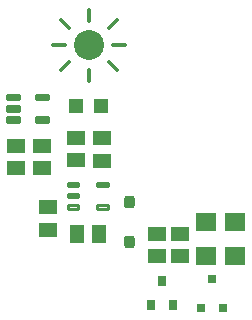
<source format=gbr>
G04 EAGLE Gerber RS-274X export*
G75*
%MOMM*%
%FSLAX34Y34*%
%LPD*%
%INSolderpaste Top*%
%IPPOS*%
%AMOC8*
5,1,8,0,0,1.08239X$1,22.5*%
G01*
%ADD10R,1.500000X1.300000*%
%ADD11R,1.300000X1.500000*%
%ADD12R,1.200000X1.200000*%
%ADD13R,0.800000X0.800000*%
%ADD14R,0.800000X0.900000*%
%ADD15R,1.803000X1.600000*%
%ADD16C,2.540000*%
%ADD17C,0.304800*%
%ADD18C,0.295000*%
%ADD19C,0.300000*%

G36*
X414144Y237878D02*
X414144Y237878D01*
X414151Y237883D01*
X414156Y237879D01*
X414492Y237960D01*
X414495Y237965D01*
X414499Y237963D01*
X414818Y238095D01*
X414821Y238100D01*
X414825Y238098D01*
X415119Y238278D01*
X415121Y238283D01*
X415125Y238283D01*
X415388Y238507D01*
X415389Y238512D01*
X415394Y238512D01*
X415618Y238775D01*
X415618Y238781D01*
X415622Y238781D01*
X415802Y239075D01*
X415801Y239081D01*
X415806Y239082D01*
X415938Y239401D01*
X415936Y239407D01*
X415940Y239408D01*
X416021Y239744D01*
X416019Y239750D01*
X416022Y239752D01*
X416049Y240096D01*
X416048Y240099D01*
X416049Y240100D01*
X416049Y245900D01*
X416047Y245902D01*
X416049Y245904D01*
X416022Y246248D01*
X416018Y246252D01*
X416021Y246256D01*
X415940Y246592D01*
X415935Y246595D01*
X415938Y246599D01*
X415806Y246918D01*
X415800Y246921D01*
X415802Y246925D01*
X415622Y247219D01*
X415617Y247221D01*
X415618Y247225D01*
X415394Y247488D01*
X415388Y247489D01*
X415388Y247494D01*
X415125Y247718D01*
X415119Y247718D01*
X415119Y247722D01*
X414825Y247902D01*
X414819Y247901D01*
X414818Y247906D01*
X414499Y248038D01*
X414493Y248036D01*
X414492Y248040D01*
X414156Y248121D01*
X414150Y248119D01*
X414148Y248122D01*
X413804Y248149D01*
X413801Y248147D01*
X413800Y248149D01*
X409256Y248122D01*
X409249Y248117D01*
X409244Y248121D01*
X408908Y248040D01*
X408905Y248035D01*
X408901Y248038D01*
X408582Y247906D01*
X408579Y247900D01*
X408575Y247902D01*
X408281Y247722D01*
X408279Y247717D01*
X408275Y247718D01*
X408012Y247494D01*
X408011Y247488D01*
X408007Y247488D01*
X407783Y247225D01*
X407782Y247219D01*
X407778Y247219D01*
X407598Y246925D01*
X407599Y246919D01*
X407595Y246918D01*
X407463Y246599D01*
X407464Y246593D01*
X407460Y246592D01*
X407379Y246256D01*
X407381Y246250D01*
X407378Y246248D01*
X407351Y245904D01*
X407353Y245901D01*
X407351Y245900D01*
X407351Y240100D01*
X407353Y240098D01*
X407351Y240096D01*
X407378Y239752D01*
X407382Y239748D01*
X407379Y239744D01*
X407460Y239408D01*
X407465Y239405D01*
X407463Y239401D01*
X407595Y239082D01*
X407600Y239079D01*
X407598Y239075D01*
X407778Y238781D01*
X407783Y238779D01*
X407783Y238775D01*
X408007Y238512D01*
X408012Y238511D01*
X408012Y238507D01*
X408275Y238283D01*
X408281Y238282D01*
X408281Y238278D01*
X408575Y238098D01*
X408581Y238099D01*
X408582Y238095D01*
X408901Y237963D01*
X408907Y237964D01*
X408908Y237960D01*
X409244Y237879D01*
X409250Y237881D01*
X409252Y237878D01*
X409596Y237851D01*
X409599Y237853D01*
X409600Y237851D01*
X414144Y237878D01*
G37*
G36*
X414144Y204278D02*
X414144Y204278D01*
X414151Y204283D01*
X414156Y204279D01*
X414492Y204360D01*
X414495Y204365D01*
X414499Y204363D01*
X414818Y204495D01*
X414821Y204500D01*
X414825Y204498D01*
X415119Y204678D01*
X415121Y204683D01*
X415125Y204683D01*
X415388Y204907D01*
X415389Y204912D01*
X415394Y204912D01*
X415618Y205175D01*
X415618Y205181D01*
X415622Y205181D01*
X415802Y205475D01*
X415801Y205481D01*
X415806Y205482D01*
X415938Y205801D01*
X415936Y205807D01*
X415940Y205808D01*
X416021Y206144D01*
X416019Y206150D01*
X416022Y206152D01*
X416049Y206496D01*
X416048Y206499D01*
X416049Y206500D01*
X416049Y212300D01*
X416047Y212302D01*
X416049Y212304D01*
X416022Y212648D01*
X416018Y212652D01*
X416021Y212656D01*
X415940Y212992D01*
X415935Y212995D01*
X415938Y212999D01*
X415806Y213318D01*
X415800Y213321D01*
X415802Y213325D01*
X415622Y213619D01*
X415617Y213621D01*
X415618Y213625D01*
X415394Y213888D01*
X415388Y213889D01*
X415388Y213894D01*
X415125Y214118D01*
X415119Y214118D01*
X415119Y214122D01*
X414825Y214302D01*
X414819Y214301D01*
X414818Y214306D01*
X414499Y214438D01*
X414493Y214436D01*
X414492Y214440D01*
X414156Y214521D01*
X414150Y214519D01*
X414148Y214522D01*
X413804Y214549D01*
X413801Y214547D01*
X413800Y214549D01*
X409256Y214522D01*
X409249Y214517D01*
X409244Y214521D01*
X408908Y214440D01*
X408905Y214435D01*
X408901Y214438D01*
X408582Y214306D01*
X408579Y214300D01*
X408575Y214302D01*
X408281Y214122D01*
X408279Y214117D01*
X408275Y214118D01*
X408012Y213894D01*
X408011Y213888D01*
X408007Y213888D01*
X407783Y213625D01*
X407782Y213619D01*
X407778Y213619D01*
X407598Y213325D01*
X407599Y213319D01*
X407595Y213318D01*
X407463Y212999D01*
X407464Y212993D01*
X407460Y212992D01*
X407379Y212656D01*
X407381Y212650D01*
X407378Y212648D01*
X407351Y212304D01*
X407353Y212301D01*
X407351Y212300D01*
X407351Y206500D01*
X407353Y206498D01*
X407351Y206496D01*
X407378Y206152D01*
X407382Y206148D01*
X407379Y206144D01*
X407460Y205808D01*
X407465Y205805D01*
X407463Y205801D01*
X407595Y205482D01*
X407600Y205479D01*
X407598Y205475D01*
X407778Y205181D01*
X407783Y205179D01*
X407783Y205175D01*
X408007Y204912D01*
X408012Y204911D01*
X408012Y204907D01*
X408275Y204683D01*
X408281Y204682D01*
X408281Y204678D01*
X408575Y204498D01*
X408581Y204499D01*
X408582Y204495D01*
X408901Y204363D01*
X408907Y204364D01*
X408908Y204360D01*
X409244Y204279D01*
X409250Y204281D01*
X409252Y204278D01*
X409596Y204251D01*
X409599Y204253D01*
X409600Y204251D01*
X414144Y204278D01*
G37*
D10*
X343100Y238500D03*
X343100Y219500D03*
D11*
X386000Y215700D03*
X367000Y215700D03*
D10*
X337300Y290800D03*
X337300Y271800D03*
D12*
X366500Y324600D03*
X387500Y324600D03*
D13*
X471900Y153600D03*
X490900Y153600D03*
X481400Y177600D03*
D14*
X429600Y156100D03*
X448600Y156100D03*
X439100Y176100D03*
D10*
X454100Y197100D03*
X454100Y216100D03*
X434900Y216100D03*
X434900Y197100D03*
D15*
X476100Y225820D03*
X476100Y197380D03*
X501100Y225820D03*
X501100Y197380D03*
D10*
X388400Y278000D03*
X388400Y297000D03*
X366600Y297200D03*
X366600Y278200D03*
X315800Y290800D03*
X315800Y271800D03*
D16*
X377472Y375712D03*
D17*
X377472Y396286D02*
X377472Y405938D01*
X377472Y355138D02*
X377472Y345486D01*
X398046Y375712D02*
X407698Y375712D01*
X356898Y375712D02*
X347246Y375712D01*
X394380Y390080D02*
X401204Y396904D01*
X394380Y361344D02*
X401204Y354520D01*
X360564Y361344D02*
X353740Y354520D01*
X360564Y390080D02*
X353740Y396904D01*
D18*
X359275Y256425D02*
X368425Y256425D01*
X359275Y256425D02*
X359275Y259375D01*
X368425Y259375D01*
X368425Y256425D01*
X368425Y259227D02*
X359275Y259227D01*
X359275Y246925D02*
X368425Y246925D01*
X359275Y246925D02*
X359275Y249875D01*
X368425Y249875D01*
X368425Y246925D01*
X368425Y249727D02*
X359275Y249727D01*
X359275Y237425D02*
X368425Y237425D01*
X359275Y237425D02*
X359275Y240375D01*
X368425Y240375D01*
X368425Y237425D01*
X368425Y240227D02*
X359275Y240227D01*
X384375Y237425D02*
X393525Y237425D01*
X384375Y237425D02*
X384375Y240375D01*
X393525Y240375D01*
X393525Y237425D01*
X393525Y240227D02*
X384375Y240227D01*
X384375Y256425D02*
X393525Y256425D01*
X384375Y256425D02*
X384375Y259375D01*
X393525Y259375D01*
X393525Y256425D01*
X393525Y259227D02*
X384375Y259227D01*
D19*
X317850Y330000D02*
X308650Y330000D01*
X308650Y333000D01*
X317850Y333000D01*
X317850Y330000D01*
X317850Y332850D02*
X308650Y332850D01*
X308650Y320500D02*
X317850Y320500D01*
X308650Y320500D02*
X308650Y323500D01*
X317850Y323500D01*
X317850Y320500D01*
X317850Y323350D02*
X308650Y323350D01*
X308650Y311000D02*
X317850Y311000D01*
X308650Y311000D02*
X308650Y314000D01*
X317850Y314000D01*
X317850Y311000D01*
X317850Y313850D02*
X308650Y313850D01*
X333550Y311000D02*
X342750Y311000D01*
X333550Y311000D02*
X333550Y314000D01*
X342750Y314000D01*
X342750Y311000D01*
X342750Y313850D02*
X333550Y313850D01*
X333550Y330000D02*
X342750Y330000D01*
X333550Y330000D02*
X333550Y333000D01*
X342750Y333000D01*
X342750Y330000D01*
X342750Y332850D02*
X333550Y332850D01*
M02*

</source>
